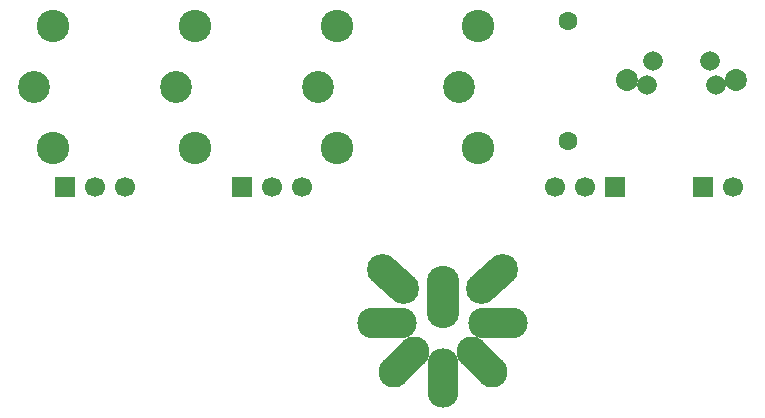
<source format=gbr>
%TF.GenerationSoftware,KiCad,Pcbnew,9.0.4*%
%TF.CreationDate,2025-09-13T13:09:21-04:00*%
%TF.ProjectId,C64-128AVS,4336342d-3132-4384-9156-532e6b696361,rev?*%
%TF.SameCoordinates,Original*%
%TF.FileFunction,Soldermask,Bot*%
%TF.FilePolarity,Negative*%
%FSLAX46Y46*%
G04 Gerber Fmt 4.6, Leading zero omitted, Abs format (unit mm)*
G04 Created by KiCad (PCBNEW 9.0.4) date 2025-09-13 13:09:21*
%MOMM*%
%LPD*%
G01*
G04 APERTURE LIST*
G04 Aperture macros list*
%AMHorizOval*
0 Thick line with rounded ends*
0 $1 width*
0 $2 $3 position (X,Y) of the first rounded end (center of the circle)*
0 $4 $5 position (X,Y) of the second rounded end (center of the circle)*
0 Add line between two ends*
20,1,$1,$2,$3,$4,$5,0*
0 Add two circle primitives to create the rounded ends*
1,1,$1,$2,$3*
1,1,$1,$4,$5*%
G04 Aperture macros list end*
%ADD10R,1.700000X1.700000*%
%ADD11C,1.700000*%
%ADD12C,1.600200*%
%ADD13C,1.660400*%
%ADD14C,1.860400*%
%ADD15C,2.743200*%
%ADD16C,2.703200*%
%ADD17O,5.029200X2.616200*%
%ADD18O,2.616200X5.029200*%
%ADD19HorizOval,2.616200X0.853124X-0.853124X-0.853124X0.853124X0*%
%ADD20HorizOval,2.616200X-0.853124X-0.853124X0.853124X0.853124X0*%
%ADD21O,2.743200X5.283200*%
%ADD22HorizOval,2.616200X0.896604X0.807306X-0.896604X-0.807306X0*%
%ADD23HorizOval,2.616200X-0.896604X0.807306X0.896604X-0.807306X0*%
G04 APERTURE END LIST*
D10*
%TO.C,J7*%
X128120001Y-104600000D03*
D11*
X130660001Y-104600000D03*
X133200000Y-104600000D03*
%TD*%
D12*
%TO.C,R1*%
X170700000Y-90600000D03*
X170700000Y-100759998D03*
%TD*%
D10*
%TO.C,J8*%
X143060000Y-104600000D03*
D11*
X145600000Y-104600000D03*
X148139999Y-104600000D03*
%TD*%
D13*
%TO.C,J1*%
X183166400Y-96005600D03*
X177366400Y-96005600D03*
X182666400Y-94005600D03*
X177866400Y-94005600D03*
D14*
X184866400Y-95605600D03*
X175666400Y-95605600D03*
%TD*%
D15*
%TO.C,J6*%
X163073750Y-101300000D03*
X163073750Y-91000000D03*
D16*
X161473750Y-96150000D03*
%TD*%
D15*
%TO.C,J3*%
X127073750Y-101300000D03*
X127073750Y-91000000D03*
D16*
X125473750Y-96150000D03*
%TD*%
D11*
%TO.C,J10*%
X184640000Y-104600000D03*
D10*
X182100000Y-104600000D03*
%TD*%
D15*
%TO.C,J5*%
X151073750Y-101300000D03*
X151073750Y-91000000D03*
D16*
X149473750Y-96150000D03*
%TD*%
D10*
%TO.C,J9*%
X174663049Y-104600000D03*
D11*
X172123049Y-104600000D03*
X169583050Y-104600000D03*
%TD*%
D15*
%TO.C,J4*%
X139073750Y-101300000D03*
X139073750Y-91000000D03*
D16*
X137473750Y-96150000D03*
%TD*%
D17*
%TO.C,J2*%
X164780250Y-116134400D03*
D18*
X160073750Y-120840900D03*
D17*
X155367250Y-116134400D03*
D19*
X163396874Y-119457524D03*
D20*
X156750626Y-119457524D03*
D21*
X160073750Y-113964400D03*
D22*
X164270354Y-112427094D03*
D23*
X155877146Y-112427094D03*
%TD*%
M02*

</source>
